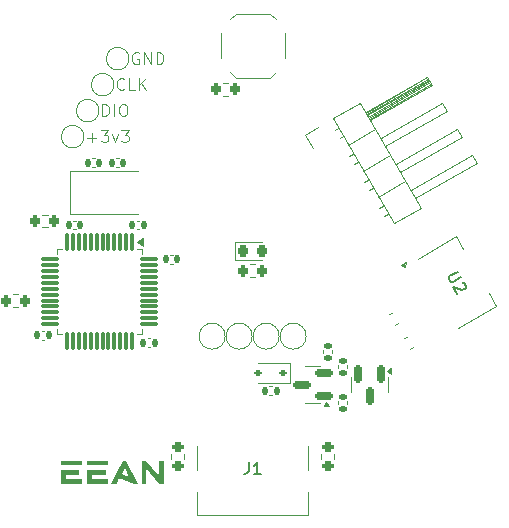
<source format=gbr>
%TF.GenerationSoftware,KiCad,Pcbnew,8.0.2*%
%TF.CreationDate,2024-05-13T19:17:35-04:00*%
%TF.ProjectId,BaseStation,42617365-5374-4617-9469-6f6e2e6b6963,rev?*%
%TF.SameCoordinates,Original*%
%TF.FileFunction,Legend,Top*%
%TF.FilePolarity,Positive*%
%FSLAX46Y46*%
G04 Gerber Fmt 4.6, Leading zero omitted, Abs format (unit mm)*
G04 Created by KiCad (PCBNEW 8.0.2) date 2024-05-13 19:17:35*
%MOMM*%
%LPD*%
G01*
G04 APERTURE LIST*
G04 Aperture macros list*
%AMRoundRect*
0 Rectangle with rounded corners*
0 $1 Rounding radius*
0 $2 $3 $4 $5 $6 $7 $8 $9 X,Y pos of 4 corners*
0 Add a 4 corners polygon primitive as box body*
4,1,4,$2,$3,$4,$5,$6,$7,$8,$9,$2,$3,0*
0 Add four circle primitives for the rounded corners*
1,1,$1+$1,$2,$3*
1,1,$1+$1,$4,$5*
1,1,$1+$1,$6,$7*
1,1,$1+$1,$8,$9*
0 Add four rect primitives between the rounded corners*
20,1,$1+$1,$2,$3,$4,$5,0*
20,1,$1+$1,$4,$5,$6,$7,0*
20,1,$1+$1,$6,$7,$8,$9,0*
20,1,$1+$1,$8,$9,$2,$3,0*%
%AMHorizOval*
0 Thick line with rounded ends*
0 $1 width*
0 $2 $3 position (X,Y) of the first rounded end (center of the circle)*
0 $4 $5 position (X,Y) of the second rounded end (center of the circle)*
0 Add line between two ends*
20,1,$1,$2,$3,$4,$5,0*
0 Add two circle primitives to create the rounded ends*
1,1,$1,$2,$3*
1,1,$1,$4,$5*%
%AMRotRect*
0 Rectangle, with rotation*
0 The origin of the aperture is its center*
0 $1 length*
0 $2 width*
0 $3 Rotation angle, in degrees counterclockwise*
0 Add horizontal line*
21,1,$1,$2,0,0,$3*%
G04 Aperture macros list end*
%ADD10C,0.100000*%
%ADD11C,0.150000*%
%ADD12C,0.120000*%
%ADD13C,1.500000*%
%ADD14C,1.800000*%
%ADD15R,2.000000X2.400000*%
%ADD16RoundRect,0.135000X-0.185000X0.135000X-0.185000X-0.135000X0.185000X-0.135000X0.185000X0.135000X0*%
%ADD17RoundRect,0.135000X0.185000X-0.135000X0.185000X0.135000X-0.185000X0.135000X-0.185000X-0.135000X0*%
%ADD18C,2.200000*%
%ADD19RoundRect,0.140000X-0.140000X-0.170000X0.140000X-0.170000X0.140000X0.170000X-0.140000X0.170000X0*%
%ADD20RoundRect,0.200000X-0.200000X-0.275000X0.200000X-0.275000X0.200000X0.275000X-0.200000X0.275000X0*%
%ADD21RoundRect,0.200000X0.200000X0.275000X-0.200000X0.275000X-0.200000X-0.275000X0.200000X-0.275000X0*%
%ADD22RoundRect,0.140000X0.140000X0.170000X-0.140000X0.170000X-0.140000X-0.170000X0.140000X-0.170000X0*%
%ADD23RoundRect,0.225000X0.069856X0.329006X-0.319856X0.104006X-0.069856X-0.329006X0.319856X-0.104006X0*%
%ADD24C,0.650000*%
%ADD25R,0.600000X1.450000*%
%ADD26R,0.300000X1.450000*%
%ADD27O,1.000000X2.100000*%
%ADD28O,1.000000X1.600000*%
%ADD29RoundRect,0.218750X-0.218750X-0.256250X0.218750X-0.256250X0.218750X0.256250X-0.218750X0.256250X0*%
%ADD30RoundRect,0.375000X-0.353766X-0.637260X0.728766X-0.012260X0.353766X0.637260X-0.728766X0.012260X0*%
%ADD31RoundRect,0.500000X0.266987X-1.462436X1.133013X-0.962436X-0.266987X1.462436X-1.133013X0.962436X0*%
%ADD32RoundRect,0.150000X0.587500X0.150000X-0.587500X0.150000X-0.587500X-0.150000X0.587500X-0.150000X0*%
%ADD33RoundRect,0.075000X-0.075000X0.662500X-0.075000X-0.662500X0.075000X-0.662500X0.075000X0.662500X0*%
%ADD34RoundRect,0.075000X-0.662500X0.075000X-0.662500X-0.075000X0.662500X-0.075000X0.662500X0.075000X0*%
%ADD35RoundRect,0.200000X-0.275000X0.200000X-0.275000X-0.200000X0.275000X-0.200000X0.275000X0.200000X0*%
%ADD36RoundRect,0.135000X0.135000X0.185000X-0.135000X0.185000X-0.135000X-0.185000X0.135000X-0.185000X0*%
%ADD37R,1.800000X1.100000*%
%ADD38RoundRect,0.112500X0.187500X0.112500X-0.187500X0.112500X-0.187500X-0.112500X0.187500X-0.112500X0*%
%ADD39RoundRect,0.150000X-0.150000X0.587500X-0.150000X-0.587500X0.150000X-0.587500X0.150000X0.587500X0*%
%ADD40RotRect,1.700000X1.700000X30.000000*%
%ADD41HorizOval,1.700000X0.000000X0.000000X0.000000X0.000000X0*%
G04 APERTURE END LIST*
D10*
X66547692Y-63345333D02*
X66452454Y-63297714D01*
X66452454Y-63297714D02*
X66309597Y-63297714D01*
X66309597Y-63297714D02*
X66166740Y-63345333D01*
X66166740Y-63345333D02*
X66071502Y-63440571D01*
X66071502Y-63440571D02*
X66023883Y-63535809D01*
X66023883Y-63535809D02*
X65976264Y-63726285D01*
X65976264Y-63726285D02*
X65976264Y-63869142D01*
X65976264Y-63869142D02*
X66023883Y-64059618D01*
X66023883Y-64059618D02*
X66071502Y-64154856D01*
X66071502Y-64154856D02*
X66166740Y-64250095D01*
X66166740Y-64250095D02*
X66309597Y-64297714D01*
X66309597Y-64297714D02*
X66404835Y-64297714D01*
X66404835Y-64297714D02*
X66547692Y-64250095D01*
X66547692Y-64250095D02*
X66595311Y-64202475D01*
X66595311Y-64202475D02*
X66595311Y-63869142D01*
X66595311Y-63869142D02*
X66404835Y-63869142D01*
X67023883Y-64297714D02*
X67023883Y-63297714D01*
X67023883Y-63297714D02*
X67595311Y-64297714D01*
X67595311Y-64297714D02*
X67595311Y-63297714D01*
X68071502Y-64297714D02*
X68071502Y-63297714D01*
X68071502Y-63297714D02*
X68309597Y-63297714D01*
X68309597Y-63297714D02*
X68452454Y-63345333D01*
X68452454Y-63345333D02*
X68547692Y-63440571D01*
X68547692Y-63440571D02*
X68595311Y-63535809D01*
X68595311Y-63535809D02*
X68642930Y-63726285D01*
X68642930Y-63726285D02*
X68642930Y-63869142D01*
X68642930Y-63869142D02*
X68595311Y-64059618D01*
X68595311Y-64059618D02*
X68547692Y-64154856D01*
X68547692Y-64154856D02*
X68452454Y-64250095D01*
X68452454Y-64250095D02*
X68309597Y-64297714D01*
X68309597Y-64297714D02*
X68071502Y-64297714D01*
X62213883Y-70515875D02*
X62975788Y-70515875D01*
X62594835Y-70896828D02*
X62594835Y-70134923D01*
X63356740Y-69896828D02*
X63975787Y-69896828D01*
X63975787Y-69896828D02*
X63642454Y-70277780D01*
X63642454Y-70277780D02*
X63785311Y-70277780D01*
X63785311Y-70277780D02*
X63880549Y-70325399D01*
X63880549Y-70325399D02*
X63928168Y-70373018D01*
X63928168Y-70373018D02*
X63975787Y-70468256D01*
X63975787Y-70468256D02*
X63975787Y-70706351D01*
X63975787Y-70706351D02*
X63928168Y-70801589D01*
X63928168Y-70801589D02*
X63880549Y-70849209D01*
X63880549Y-70849209D02*
X63785311Y-70896828D01*
X63785311Y-70896828D02*
X63499597Y-70896828D01*
X63499597Y-70896828D02*
X63404359Y-70849209D01*
X63404359Y-70849209D02*
X63356740Y-70801589D01*
X64309121Y-70230161D02*
X64547216Y-70896828D01*
X64547216Y-70896828D02*
X64785311Y-70230161D01*
X65071026Y-69896828D02*
X65690073Y-69896828D01*
X65690073Y-69896828D02*
X65356740Y-70277780D01*
X65356740Y-70277780D02*
X65499597Y-70277780D01*
X65499597Y-70277780D02*
X65594835Y-70325399D01*
X65594835Y-70325399D02*
X65642454Y-70373018D01*
X65642454Y-70373018D02*
X65690073Y-70468256D01*
X65690073Y-70468256D02*
X65690073Y-70706351D01*
X65690073Y-70706351D02*
X65642454Y-70801589D01*
X65642454Y-70801589D02*
X65594835Y-70849209D01*
X65594835Y-70849209D02*
X65499597Y-70896828D01*
X65499597Y-70896828D02*
X65213883Y-70896828D01*
X65213883Y-70896828D02*
X65118645Y-70849209D01*
X65118645Y-70849209D02*
X65071026Y-70801589D01*
X63483883Y-68697124D02*
X63483883Y-67697124D01*
X63483883Y-67697124D02*
X63721978Y-67697124D01*
X63721978Y-67697124D02*
X63864835Y-67744743D01*
X63864835Y-67744743D02*
X63960073Y-67839981D01*
X63960073Y-67839981D02*
X64007692Y-67935219D01*
X64007692Y-67935219D02*
X64055311Y-68125695D01*
X64055311Y-68125695D02*
X64055311Y-68268552D01*
X64055311Y-68268552D02*
X64007692Y-68459028D01*
X64007692Y-68459028D02*
X63960073Y-68554266D01*
X63960073Y-68554266D02*
X63864835Y-68649505D01*
X63864835Y-68649505D02*
X63721978Y-68697124D01*
X63721978Y-68697124D02*
X63483883Y-68697124D01*
X64483883Y-68697124D02*
X64483883Y-67697124D01*
X65150549Y-67697124D02*
X65341025Y-67697124D01*
X65341025Y-67697124D02*
X65436263Y-67744743D01*
X65436263Y-67744743D02*
X65531501Y-67839981D01*
X65531501Y-67839981D02*
X65579120Y-68030457D01*
X65579120Y-68030457D02*
X65579120Y-68363790D01*
X65579120Y-68363790D02*
X65531501Y-68554266D01*
X65531501Y-68554266D02*
X65436263Y-68649505D01*
X65436263Y-68649505D02*
X65341025Y-68697124D01*
X65341025Y-68697124D02*
X65150549Y-68697124D01*
X65150549Y-68697124D02*
X65055311Y-68649505D01*
X65055311Y-68649505D02*
X64960073Y-68554266D01*
X64960073Y-68554266D02*
X64912454Y-68363790D01*
X64912454Y-68363790D02*
X64912454Y-68030457D01*
X64912454Y-68030457D02*
X64960073Y-67839981D01*
X64960073Y-67839981D02*
X65055311Y-67744743D01*
X65055311Y-67744743D02*
X65150549Y-67697124D01*
X65325311Y-66402180D02*
X65277692Y-66449800D01*
X65277692Y-66449800D02*
X65134835Y-66497419D01*
X65134835Y-66497419D02*
X65039597Y-66497419D01*
X65039597Y-66497419D02*
X64896740Y-66449800D01*
X64896740Y-66449800D02*
X64801502Y-66354561D01*
X64801502Y-66354561D02*
X64753883Y-66259323D01*
X64753883Y-66259323D02*
X64706264Y-66068847D01*
X64706264Y-66068847D02*
X64706264Y-65925990D01*
X64706264Y-65925990D02*
X64753883Y-65735514D01*
X64753883Y-65735514D02*
X64801502Y-65640276D01*
X64801502Y-65640276D02*
X64896740Y-65545038D01*
X64896740Y-65545038D02*
X65039597Y-65497419D01*
X65039597Y-65497419D02*
X65134835Y-65497419D01*
X65134835Y-65497419D02*
X65277692Y-65545038D01*
X65277692Y-65545038D02*
X65325311Y-65592657D01*
X66230073Y-66497419D02*
X65753883Y-66497419D01*
X65753883Y-66497419D02*
X65753883Y-65497419D01*
X66563407Y-66497419D02*
X66563407Y-65497419D01*
X67134835Y-66497419D02*
X66706264Y-65925990D01*
X67134835Y-65497419D02*
X66563407Y-66068847D01*
G36*
X59965017Y-97867537D02*
G01*
X61737243Y-97867537D01*
X61737243Y-98261745D01*
X59965017Y-98261745D01*
X59965017Y-97867537D01*
G37*
G36*
X60359225Y-99049184D02*
G01*
X60359225Y-99443392D01*
X61737243Y-99443392D01*
X61737243Y-99837600D01*
X59965017Y-99837600D01*
X59965017Y-98655953D01*
X61540383Y-98655953D01*
X61540383Y-99049184D01*
X60359225Y-99049184D01*
G37*
G36*
X62206189Y-97867537D02*
G01*
X63978415Y-97867537D01*
X63978415Y-98261745D01*
X62206189Y-98261745D01*
X62206189Y-97867537D01*
G37*
G36*
X62600397Y-99049184D02*
G01*
X62600397Y-99443392D01*
X63978415Y-99443392D01*
X63978415Y-99837600D01*
X62206189Y-99837600D01*
X62206189Y-98655953D01*
X63781556Y-98655953D01*
X63781556Y-99049184D01*
X62600397Y-99049184D01*
G37*
G36*
X66476531Y-99837600D02*
G01*
X66121891Y-99837600D01*
X64919727Y-99383308D01*
X64683300Y-99837600D01*
X64241221Y-99837600D01*
X64651816Y-99035506D01*
X65100956Y-99035506D01*
X65755038Y-99283168D01*
X65367669Y-98513315D01*
X65100956Y-99035506D01*
X64651816Y-99035506D01*
X65249455Y-97868025D01*
X65491256Y-97868025D01*
X66476531Y-99837600D01*
G37*
G36*
X67201933Y-98491333D02*
G01*
X67201933Y-99837600D01*
X66807725Y-99837600D01*
X66807725Y-97867537D01*
X67201933Y-97867537D01*
X68285882Y-99212338D01*
X68285882Y-97867537D01*
X68680090Y-97867537D01*
X68680090Y-99837600D01*
X68285882Y-99837600D01*
X67201933Y-98491333D01*
G37*
D11*
X75866666Y-98006819D02*
X75866666Y-98721104D01*
X75866666Y-98721104D02*
X75819047Y-98863961D01*
X75819047Y-98863961D02*
X75723809Y-98959200D01*
X75723809Y-98959200D02*
X75580952Y-99006819D01*
X75580952Y-99006819D02*
X75485714Y-99006819D01*
X76866666Y-99006819D02*
X76295238Y-99006819D01*
X76580952Y-99006819D02*
X76580952Y-98006819D01*
X76580952Y-98006819D02*
X76485714Y-98149676D01*
X76485714Y-98149676D02*
X76390476Y-98244914D01*
X76390476Y-98244914D02*
X76295238Y-98292533D01*
X93563188Y-81871580D02*
X92862119Y-82276342D01*
X92862119Y-82276342D02*
X92803450Y-82365200D01*
X92803450Y-82365200D02*
X92786021Y-82430249D01*
X92786021Y-82430249D02*
X92792400Y-82536537D01*
X92792400Y-82536537D02*
X92887638Y-82701495D01*
X92887638Y-82701495D02*
X92976497Y-82760164D01*
X92976497Y-82760164D02*
X93041546Y-82777593D01*
X93041546Y-82777593D02*
X93147834Y-82771214D01*
X93147834Y-82771214D02*
X93848902Y-82366452D01*
X93980709Y-82785225D02*
X94045758Y-82802654D01*
X94045758Y-82802654D02*
X94134616Y-82861323D01*
X94134616Y-82861323D02*
X94253664Y-83067520D01*
X94253664Y-83067520D02*
X94260044Y-83173808D01*
X94260044Y-83173808D02*
X94242614Y-83238857D01*
X94242614Y-83238857D02*
X94183945Y-83327715D01*
X94183945Y-83327715D02*
X94101466Y-83375334D01*
X94101466Y-83375334D02*
X93953939Y-83405524D01*
X93953939Y-83405524D02*
X93173353Y-83196366D01*
X93173353Y-83196366D02*
X93482877Y-83732477D01*
D12*
%TO.C,J8*%
X64450000Y-66040000D02*
G75*
G02*
X62550000Y-66040000I-950000J0D01*
G01*
X62550000Y-66040000D02*
G75*
G02*
X64450000Y-66040000I950000J0D01*
G01*
%TO.C,J2*%
X80729000Y-87337219D02*
G75*
G02*
X78529000Y-87337219I-1100000J0D01*
G01*
X78529000Y-87337219D02*
G75*
G02*
X80729000Y-87337219I1100000J0D01*
G01*
%TO.C,Y2*%
X60704000Y-73384000D02*
X60704000Y-76984000D01*
X60704000Y-76984000D02*
X66454000Y-76984000D01*
X66454000Y-73384000D02*
X60704000Y-73384000D01*
%TO.C,R7*%
X83440000Y-92810359D02*
X83440000Y-93117641D01*
X84200000Y-92810359D02*
X84200000Y-93117641D01*
%TO.C,R9*%
X82170000Y-88799641D02*
X82170000Y-88492359D01*
X82930000Y-88799641D02*
X82930000Y-88492359D01*
%TO.C,C7*%
X69234164Y-80462800D02*
X69449836Y-80462800D01*
X69234164Y-81182800D02*
X69449836Y-81182800D01*
%TO.C,R3*%
X58360542Y-77049100D02*
X58835058Y-77049100D01*
X58360542Y-78094100D02*
X58835058Y-78094100D01*
%TO.C,R5*%
X74151257Y-65923900D02*
X73676743Y-65923900D01*
X74151257Y-66968900D02*
X73676743Y-66968900D01*
%TO.C,C8*%
X61220236Y-77567200D02*
X61004564Y-77567200D01*
X61220236Y-78287200D02*
X61004564Y-78287200D01*
%TO.C,J5*%
X73871000Y-87337219D02*
G75*
G02*
X71671000Y-87337219I-1100000J0D01*
G01*
X71671000Y-87337219D02*
G75*
G02*
X73871000Y-87337219I1100000J0D01*
G01*
%TO.C,J4*%
X76157000Y-87337219D02*
G75*
G02*
X73957000Y-87337219I-1100000J0D01*
G01*
X73957000Y-87337219D02*
G75*
G02*
X76157000Y-87337219I1100000J0D01*
G01*
%TO.C,J6*%
X61910000Y-70439409D02*
G75*
G02*
X60010000Y-70439409I-950000J0D01*
G01*
X60010000Y-70439409D02*
G75*
G02*
X61910000Y-70439409I950000J0D01*
G01*
%TO.C,C1*%
X89274746Y-87372037D02*
X89031254Y-87512617D01*
X89784746Y-88255383D02*
X89541254Y-88395963D01*
%TO.C,C5*%
X67303764Y-87524000D02*
X67519436Y-87524000D01*
X67303764Y-88244000D02*
X67519436Y-88244000D01*
%TO.C,J1*%
X71500000Y-96652000D02*
X71500000Y-98652000D01*
X71500000Y-100552000D02*
X71500000Y-102452000D01*
X71500000Y-102452000D02*
X80900000Y-102452000D01*
X80900000Y-96652000D02*
X80900000Y-98652000D01*
X80900000Y-100552000D02*
X80900000Y-102452000D01*
%TO.C,R8*%
X83440000Y-89762359D02*
X83440000Y-90069641D01*
X84200000Y-89762359D02*
X84200000Y-90069641D01*
%TO.C,J9*%
X65720000Y-63840295D02*
G75*
G02*
X63820000Y-63840295I-950000J0D01*
G01*
X63820000Y-63840295D02*
G75*
G02*
X65720000Y-63840295I950000J0D01*
G01*
%TO.C,D1*%
X74715000Y-79402000D02*
X74715000Y-80872000D01*
X74715000Y-80872000D02*
X77000000Y-80872000D01*
X77000000Y-79402000D02*
X74715000Y-79402000D01*
%TO.C,U2*%
X90164853Y-80775853D02*
X93421109Y-78895853D01*
X93421109Y-78895853D02*
X94051109Y-79987045D01*
X93574853Y-86682147D02*
X96831109Y-84802147D01*
X96831109Y-84802147D02*
X96201109Y-83710955D01*
X89106340Y-81502456D02*
X88733494Y-81336668D01*
X89149187Y-81096668D01*
X89106340Y-81502456D01*
G36*
X89106340Y-81502456D02*
G01*
X88733494Y-81336668D01*
X89149187Y-81096668D01*
X89106340Y-81502456D01*
G37*
%TO.C,C3*%
X64662164Y-72284000D02*
X64877836Y-72284000D01*
X64662164Y-73004000D02*
X64877836Y-73004000D01*
%TO.C,R6*%
X76437258Y-81265500D02*
X75962742Y-81265500D01*
X76437258Y-82310500D02*
X75962742Y-82310500D01*
%TO.C,Q1*%
X81280000Y-89880000D02*
X80630000Y-89880000D01*
X81280000Y-89880000D02*
X81930000Y-89880000D01*
X81280000Y-93000000D02*
X80630000Y-93000000D01*
X81280000Y-93000000D02*
X81930000Y-93000000D01*
X82682500Y-93280000D02*
X82202500Y-93280000D01*
X82442500Y-92950000D01*
X82682500Y-93280000D01*
G36*
X82682500Y-93280000D02*
G01*
X82202500Y-93280000D01*
X82442500Y-92950000D01*
X82682500Y-93280000D01*
G37*
%TO.C,C9*%
X66389364Y-77567200D02*
X66605036Y-77567200D01*
X66389364Y-78287200D02*
X66605036Y-78287200D01*
%TO.C,U1*%
X59636000Y-79956000D02*
X60086000Y-79956000D01*
X59636000Y-80406000D02*
X59636000Y-79956000D01*
X59636000Y-86726000D02*
X59636000Y-87176000D01*
X59636000Y-87176000D02*
X60086000Y-87176000D01*
X66856000Y-79956000D02*
X66406000Y-79956000D01*
X66856000Y-80406000D02*
X66856000Y-79956000D01*
X66856000Y-86726000D02*
X66856000Y-87176000D01*
X66856000Y-87176000D02*
X66406000Y-87176000D01*
X66876000Y-79706000D02*
X66406000Y-79366000D01*
X66876000Y-79026000D01*
X66876000Y-79706000D01*
G36*
X66876000Y-79706000D02*
G01*
X66406000Y-79366000D01*
X66876000Y-79026000D01*
X66876000Y-79706000D01*
G37*
%TO.C,C2*%
X88004746Y-85340037D02*
X87761254Y-85480617D01*
X88514746Y-86223383D02*
X88271254Y-86363963D01*
%TO.C,R1*%
X69327500Y-97298742D02*
X69327500Y-97773258D01*
X70372500Y-97298742D02*
X70372500Y-97773258D01*
%TO.C,R10*%
X77877641Y-91568000D02*
X77570359Y-91568000D01*
X77877641Y-92328000D02*
X77570359Y-92328000D01*
%TO.C,J3*%
X78443000Y-87337219D02*
G75*
G02*
X76243000Y-87337219I-1100000J0D01*
G01*
X76243000Y-87337219D02*
G75*
G02*
X78443000Y-87337219I1100000J0D01*
G01*
%TO.C,R2*%
X82027500Y-97298742D02*
X82027500Y-97773258D01*
X83072500Y-97298742D02*
X83072500Y-97773258D01*
%TO.C,C4*%
X62845836Y-72284000D02*
X62630164Y-72284000D01*
X62845836Y-73004000D02*
X62630164Y-73004000D01*
%TO.C,SW1*%
X73480000Y-63778000D02*
X73480000Y-61698000D01*
X74750000Y-60018000D02*
X74260000Y-60508000D01*
X74750000Y-60018000D02*
X77650000Y-60018000D01*
X74750000Y-65458000D02*
X74260000Y-64968000D01*
X74750000Y-65458000D02*
X77650000Y-65458000D01*
X77650000Y-60018000D02*
X78140000Y-60508000D01*
X77650000Y-65458000D02*
X78140000Y-64968000D01*
X78920000Y-63778000D02*
X78920000Y-61698000D01*
%TO.C,R4*%
X55896742Y-83805500D02*
X56371258Y-83805500D01*
X55896742Y-84850500D02*
X56371258Y-84850500D01*
%TO.C,D2*%
X79334000Y-89574000D02*
X76674000Y-89574000D01*
X79334000Y-91274000D02*
X76674000Y-91274000D01*
X79334000Y-91274000D02*
X79334000Y-89574000D01*
%TO.C,C6*%
X58555836Y-86914400D02*
X58340164Y-86914400D01*
X58555836Y-87634400D02*
X58340164Y-87634400D01*
%TO.C,Q3*%
X84546000Y-91440000D02*
X84546000Y-90790000D01*
X84546000Y-91440000D02*
X84546000Y-92090000D01*
X87666000Y-91440000D02*
X87666000Y-90790000D01*
X87666000Y-91440000D02*
X87666000Y-92090000D01*
X87946000Y-90517500D02*
X87616000Y-90277500D01*
X87946000Y-90037500D01*
X87946000Y-90517500D01*
G36*
X87946000Y-90517500D02*
G01*
X87616000Y-90277500D01*
X87946000Y-90037500D01*
X87946000Y-90517500D01*
G37*
%TO.C,J7*%
X63180000Y-68239705D02*
G75*
G02*
X61280000Y-68239705I-950000J0D01*
G01*
X61280000Y-68239705D02*
G75*
G02*
X63180000Y-68239705I950000J0D01*
G01*
%TO.C,J10*%
X80672009Y-70291545D02*
X81771861Y-69656545D01*
X81307009Y-71391397D02*
X80672009Y-70291545D01*
X82988938Y-68884583D02*
X88128938Y-77787324D01*
X83178149Y-69872307D02*
X83463938Y-69707307D01*
X83558149Y-70530487D02*
X83843938Y-70365488D01*
X84288938Y-71136249D02*
X86592565Y-69806249D01*
X84390064Y-72105547D02*
X84733938Y-71907012D01*
X84770064Y-72763727D02*
X85113938Y-72565191D01*
X85292565Y-67554583D02*
X82988938Y-68884583D01*
X85558938Y-73335954D02*
X87862565Y-72005954D01*
X85660064Y-74305252D02*
X86003938Y-74106716D01*
X85767565Y-68377307D02*
X90963718Y-65377307D01*
X85797565Y-68429269D02*
X90993718Y-65429269D01*
X85857565Y-68533192D02*
X91053718Y-65533192D01*
X85917565Y-68637115D02*
X91113718Y-65637115D01*
X85977565Y-68741038D02*
X91173718Y-65741038D01*
X86037565Y-68844961D02*
X91233718Y-65844961D01*
X86040064Y-74963431D02*
X86383938Y-74764895D01*
X86097565Y-68948884D02*
X91293718Y-65948884D01*
X86828938Y-75535658D02*
X89132565Y-74205658D01*
X86930064Y-76504956D02*
X87273938Y-76306421D01*
X87037565Y-70577012D02*
X92233718Y-67577012D01*
X87310064Y-77163136D02*
X87653938Y-76964600D01*
X88128938Y-77787324D02*
X90432565Y-76457324D01*
X88307565Y-72776716D02*
X93503718Y-69776716D01*
X89577565Y-74976421D02*
X94773718Y-71976421D01*
X90432565Y-76457324D02*
X85292565Y-67554583D01*
X90963718Y-65377307D02*
X91343718Y-66035488D01*
X91343718Y-66035488D02*
X86147565Y-69035487D01*
X92233718Y-67577012D02*
X92613718Y-68235191D01*
X92613718Y-68235191D02*
X87417565Y-71235191D01*
X93503718Y-69776716D02*
X93883718Y-70434895D01*
X93883718Y-70434895D02*
X88687565Y-73434896D01*
X94773718Y-71976421D02*
X95153718Y-72634600D01*
X95153718Y-72634600D02*
X89957565Y-75634600D01*
%TD*%
%LPC*%
D13*
%TO.C,J8*%
X63500000Y-66040000D03*
%TD*%
D14*
%TO.C,J2*%
X79629000Y-87337219D03*
%TD*%
D15*
%TO.C,Y2*%
X61904000Y-75184000D03*
X65604000Y-75184000D03*
%TD*%
D16*
%TO.C,R7*%
X83820000Y-92454000D03*
X83820000Y-93474000D03*
%TD*%
D17*
%TO.C,R9*%
X82550000Y-89156000D03*
X82550000Y-88136000D03*
%TD*%
D18*
%TO.C,REF\u002A\u002A*%
X98104570Y-92803828D03*
%TD*%
D19*
%TO.C,C7*%
X68862000Y-80822800D03*
X69822000Y-80822800D03*
%TD*%
D20*
%TO.C,R3*%
X57772800Y-77571600D03*
X59422800Y-77571600D03*
%TD*%
D21*
%TO.C,R5*%
X74739000Y-66446400D03*
X73089000Y-66446400D03*
%TD*%
D22*
%TO.C,C8*%
X61592400Y-77927200D03*
X60632400Y-77927200D03*
%TD*%
D14*
%TO.C,J5*%
X72771000Y-87337219D03*
%TD*%
%TO.C,J4*%
X75057000Y-87337219D03*
%TD*%
D13*
%TO.C,J6*%
X60960000Y-70439409D03*
%TD*%
D23*
%TO.C,C1*%
X90079170Y-87496500D03*
X88736830Y-88271500D03*
%TD*%
D19*
%TO.C,C5*%
X66931600Y-87884000D03*
X67891600Y-87884000D03*
%TD*%
D24*
%TO.C,J1*%
X73310000Y-95952000D03*
X79090000Y-95952000D03*
D25*
X72950000Y-94507000D03*
X73750000Y-94507000D03*
D26*
X74950000Y-94507000D03*
X75950000Y-94507000D03*
X76450000Y-94507000D03*
X77450000Y-94507000D03*
D25*
X78650000Y-94507000D03*
X79450000Y-94507000D03*
X79450000Y-94507000D03*
X78650000Y-94507000D03*
D26*
X77950000Y-94507000D03*
X76950000Y-94507000D03*
X75450000Y-94507000D03*
X74450000Y-94507000D03*
D25*
X73750000Y-94507000D03*
X72950000Y-94507000D03*
D27*
X71880000Y-95422000D03*
D28*
X71880000Y-99602000D03*
D27*
X80520000Y-95422000D03*
D28*
X80520000Y-99602000D03*
%TD*%
D16*
%TO.C,R8*%
X83820000Y-89406000D03*
X83820000Y-90426000D03*
%TD*%
D13*
%TO.C,J9*%
X64770000Y-63840295D03*
%TD*%
D29*
%TO.C,D1*%
X75412500Y-80137000D03*
X76987500Y-80137000D03*
%TD*%
D30*
%TO.C,U2*%
X89594020Y-82387142D03*
X90744020Y-84379000D03*
D31*
X96199980Y-81229000D03*
D30*
X91894020Y-86370858D03*
%TD*%
D19*
%TO.C,C3*%
X64290000Y-72644000D03*
X65250000Y-72644000D03*
%TD*%
D21*
%TO.C,R6*%
X77025000Y-81788000D03*
X75375000Y-81788000D03*
%TD*%
D32*
%TO.C,Q1*%
X82217500Y-92390000D03*
X82217500Y-90490000D03*
X80342500Y-91440000D03*
%TD*%
D19*
%TO.C,C9*%
X66017200Y-77927200D03*
X66977200Y-77927200D03*
%TD*%
D33*
%TO.C,U1*%
X65996000Y-79403500D03*
X65496000Y-79403500D03*
X64996000Y-79403500D03*
X64496000Y-79403500D03*
X63996000Y-79403500D03*
X63496000Y-79403500D03*
X62996000Y-79403500D03*
X62496000Y-79403500D03*
X61996000Y-79403500D03*
X61496000Y-79403500D03*
X60996000Y-79403500D03*
X60496000Y-79403500D03*
D34*
X59083500Y-80816000D03*
X59083500Y-81316000D03*
X59083500Y-81816000D03*
X59083500Y-82316000D03*
X59083500Y-82816000D03*
X59083500Y-83316000D03*
X59083500Y-83816000D03*
X59083500Y-84316000D03*
X59083500Y-84816000D03*
X59083500Y-85316000D03*
X59083500Y-85816000D03*
X59083500Y-86316000D03*
D33*
X60496000Y-87728500D03*
X60996000Y-87728500D03*
X61496000Y-87728500D03*
X61996000Y-87728500D03*
X62496000Y-87728500D03*
X62996000Y-87728500D03*
X63496000Y-87728500D03*
X63996000Y-87728500D03*
X64496000Y-87728500D03*
X64996000Y-87728500D03*
X65496000Y-87728500D03*
X65996000Y-87728500D03*
D34*
X67408500Y-86316000D03*
X67408500Y-85816000D03*
X67408500Y-85316000D03*
X67408500Y-84816000D03*
X67408500Y-84316000D03*
X67408500Y-83816000D03*
X67408500Y-83316000D03*
X67408500Y-82816000D03*
X67408500Y-82316000D03*
X67408500Y-81816000D03*
X67408500Y-81316000D03*
X67408500Y-80816000D03*
%TD*%
D23*
%TO.C,C2*%
X88809170Y-85464500D03*
X87466830Y-86239500D03*
%TD*%
D35*
%TO.C,R1*%
X69850000Y-96711000D03*
X69850000Y-98361000D03*
%TD*%
D18*
%TO.C,REF\u002A\u002A*%
X54295430Y-92803828D03*
%TD*%
D36*
%TO.C,R10*%
X78234000Y-91948000D03*
X77214000Y-91948000D03*
%TD*%
D18*
%TO.C,REF\u002A\u002A*%
X76200000Y-54864000D03*
%TD*%
D14*
%TO.C,J3*%
X77343000Y-87337219D03*
%TD*%
D35*
%TO.C,R2*%
X82550000Y-96711000D03*
X82550000Y-98361000D03*
%TD*%
D22*
%TO.C,C4*%
X63218000Y-72644000D03*
X62258000Y-72644000D03*
%TD*%
D37*
%TO.C,SW1*%
X73100000Y-60888000D03*
X79300000Y-60888000D03*
X73100000Y-64588000D03*
X79300000Y-64588000D03*
%TD*%
D20*
%TO.C,R4*%
X55309000Y-84328000D03*
X56959000Y-84328000D03*
%TD*%
D38*
%TO.C,D2*%
X78774000Y-90424000D03*
X76674000Y-90424000D03*
%TD*%
D22*
%TO.C,C6*%
X58928000Y-87274400D03*
X57968000Y-87274400D03*
%TD*%
D39*
%TO.C,Q3*%
X87056000Y-90502500D03*
X85156000Y-90502500D03*
X86106000Y-92377500D03*
%TD*%
D13*
%TO.C,J7*%
X62230000Y-68239705D03*
%TD*%
D40*
%TO.C,J10*%
X82406861Y-70756397D03*
D41*
X83676861Y-72956102D03*
X84946861Y-75155806D03*
X86216861Y-77355511D03*
%TD*%
%LPD*%
M02*

</source>
